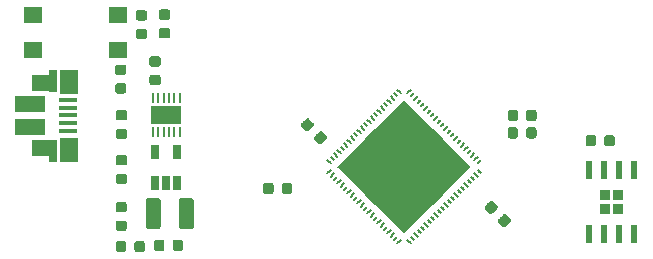
<source format=gtp>
G04 #@! TF.GenerationSoftware,KiCad,Pcbnew,5.0.1-33cea8e~68~ubuntu14.04.1*
G04 #@! TF.CreationDate,2018-11-09T11:09:35-08:00*
G04 #@! TF.ProjectId,ga144-breakout,67613134342D627265616B6F75742E6B,rev?*
G04 #@! TF.SameCoordinates,Original*
G04 #@! TF.FileFunction,Paste,Top*
G04 #@! TF.FilePolarity,Positive*
%FSLAX46Y46*%
G04 Gerber Fmt 4.6, Leading zero omitted, Abs format (unit mm)*
G04 Created by KiCad (PCBNEW 5.0.1-33cea8e~68~ubuntu14.04.1) date Fri 09 Nov 2018 11:09:35 AM PST*
%MOMM*%
%LPD*%
G01*
G04 APERTURE LIST*
%ADD10C,0.100000*%
%ADD11C,8.000000*%
%ADD12C,0.200000*%
%ADD13C,0.200000*%
%ADD14C,0.875000*%
%ADD15R,2.000000X1.350000*%
%ADD16R,0.700000X1.825000*%
%ADD17R,1.500000X2.000000*%
%ADD18R,1.650000X0.400000*%
%ADD19R,2.500000X1.430000*%
%ADD20R,0.250000X0.850000*%
%ADD21R,2.550000X1.650000*%
%ADD22R,1.600000X1.400000*%
%ADD23R,0.650000X1.220000*%
%ADD24C,1.250000*%
%ADD25R,0.600000X1.550000*%
%ADD26R,0.950000X0.950000*%
G04 APERTURE END LIST*
D10*
G04 #@! TO.C,U2*
G36*
X105910000Y-82459137D02*
X105910000Y-83380000D01*
X104088294Y-83380000D01*
X104088294Y-82459137D01*
X105910000Y-82459137D01*
G37*
G04 #@! TD*
D11*
G04 #@! TO.C,U1*
X125140000Y-87280000D03*
D10*
G36*
X119483146Y-87280000D02*
X125140000Y-81623146D01*
X130796854Y-87280000D01*
X125140000Y-92936854D01*
X119483146Y-87280000D01*
X119483146Y-87280000D01*
G37*
D12*
X125564264Y-80916039D03*
D13*
X125422843Y-81057460D02*
X125705685Y-80774618D01*
D12*
X125847107Y-81198882D03*
D13*
X125705686Y-81340303D02*
X125988528Y-81057461D01*
D12*
X126129949Y-81481724D03*
D13*
X125988528Y-81623145D02*
X126271370Y-81340303D01*
D12*
X126412792Y-81764567D03*
D13*
X126271371Y-81905988D02*
X126554213Y-81623146D01*
D12*
X126695635Y-82047410D03*
D13*
X126554214Y-82188831D02*
X126837056Y-81905989D01*
D12*
X126978478Y-82330253D03*
D13*
X126837057Y-82471674D02*
X127119899Y-82188832D01*
D12*
X127261320Y-82613095D03*
D13*
X127119899Y-82754516D02*
X127402741Y-82471674D01*
D12*
X127544163Y-82895938D03*
D13*
X127402742Y-83037359D02*
X127685584Y-82754517D01*
D12*
X127827006Y-83178781D03*
D13*
X127685585Y-83320202D02*
X127968427Y-83037360D01*
D12*
X128109848Y-83461623D03*
D13*
X127968427Y-83603044D02*
X128251269Y-83320202D01*
D12*
X128392691Y-83744466D03*
D13*
X128251270Y-83885887D02*
X128534112Y-83603045D01*
D12*
X128675534Y-84027309D03*
D13*
X128534113Y-84168730D02*
X128816955Y-83885888D01*
D12*
X128958377Y-84310152D03*
D13*
X128816956Y-84451573D02*
X129099798Y-84168731D01*
D12*
X129241219Y-84592994D03*
D13*
X129099798Y-84734415D02*
X129382640Y-84451573D01*
D12*
X129524062Y-84875837D03*
D13*
X129382641Y-85017258D02*
X129665483Y-84734416D01*
D12*
X129806905Y-85158680D03*
D13*
X129665484Y-85300101D02*
X129948326Y-85017259D01*
D12*
X130089747Y-85441522D03*
D13*
X129948326Y-85582943D02*
X130231168Y-85300101D01*
D12*
X130372590Y-85724365D03*
D13*
X130231169Y-85865786D02*
X130514011Y-85582944D01*
D12*
X130655433Y-86007208D03*
D13*
X130514012Y-86148629D02*
X130796854Y-85865787D01*
D12*
X130938276Y-86290051D03*
D13*
X130796855Y-86431472D02*
X131079697Y-86148630D01*
D12*
X131221118Y-86572893D03*
D13*
X131079697Y-86714314D02*
X131362539Y-86431472D01*
D12*
X131503961Y-86855736D03*
D13*
X131362540Y-86997157D02*
X131645382Y-86714315D01*
D12*
X131503961Y-87704264D03*
D13*
X131362540Y-87562843D02*
X131645382Y-87845685D01*
D12*
X131221118Y-87987107D03*
D13*
X131079697Y-87845686D02*
X131362539Y-88128528D01*
D12*
X130938276Y-88269949D03*
D13*
X130796855Y-88128528D02*
X131079697Y-88411370D01*
D12*
X130655433Y-88552792D03*
D13*
X130514012Y-88411371D02*
X130796854Y-88694213D01*
D12*
X130372590Y-88835635D03*
D13*
X130231169Y-88694214D02*
X130514011Y-88977056D01*
D12*
X130089747Y-89118478D03*
D13*
X129948326Y-88977057D02*
X130231168Y-89259899D01*
D12*
X129806905Y-89401320D03*
D13*
X129665484Y-89259899D02*
X129948326Y-89542741D01*
D12*
X129524062Y-89684163D03*
D13*
X129382641Y-89542742D02*
X129665483Y-89825584D01*
D12*
X129241219Y-89967006D03*
D13*
X129099798Y-89825585D02*
X129382640Y-90108427D01*
D12*
X128958377Y-90249848D03*
D13*
X128816956Y-90108427D02*
X129099798Y-90391269D01*
D12*
X128675534Y-90532691D03*
D13*
X128534113Y-90391270D02*
X128816955Y-90674112D01*
D12*
X128392691Y-90815534D03*
D13*
X128251270Y-90674113D02*
X128534112Y-90956955D01*
D12*
X128109848Y-91098377D03*
D13*
X127968427Y-90956956D02*
X128251269Y-91239798D01*
D12*
X127827006Y-91381219D03*
D13*
X127685585Y-91239798D02*
X127968427Y-91522640D01*
D12*
X127544163Y-91664062D03*
D13*
X127402742Y-91522641D02*
X127685584Y-91805483D01*
D12*
X127261320Y-91946905D03*
D13*
X127119899Y-91805484D02*
X127402741Y-92088326D01*
D12*
X126978478Y-92229747D03*
D13*
X126837057Y-92088326D02*
X127119899Y-92371168D01*
D12*
X126695635Y-92512590D03*
D13*
X126554214Y-92371169D02*
X126837056Y-92654011D01*
D12*
X126412792Y-92795433D03*
D13*
X126271371Y-92654012D02*
X126554213Y-92936854D01*
D12*
X126129949Y-93078276D03*
D13*
X125988528Y-92936855D02*
X126271370Y-93219697D01*
D12*
X125847107Y-93361118D03*
D13*
X125705686Y-93219697D02*
X125988528Y-93502539D01*
D12*
X125564264Y-93643961D03*
D13*
X125422843Y-93502540D02*
X125705685Y-93785382D01*
D12*
X124715736Y-93643961D03*
D13*
X124574315Y-93785382D02*
X124857157Y-93502540D01*
D12*
X124432893Y-93361118D03*
D13*
X124291472Y-93502539D02*
X124574314Y-93219697D01*
D12*
X124150051Y-93078276D03*
D13*
X124008630Y-93219697D02*
X124291472Y-92936855D01*
D12*
X123867208Y-92795433D03*
D13*
X123725787Y-92936854D02*
X124008629Y-92654012D01*
D12*
X123584365Y-92512590D03*
D13*
X123442944Y-92654011D02*
X123725786Y-92371169D01*
D12*
X123301522Y-92229747D03*
D13*
X123160101Y-92371168D02*
X123442943Y-92088326D01*
D12*
X123018680Y-91946905D03*
D13*
X122877259Y-92088326D02*
X123160101Y-91805484D01*
D12*
X122735837Y-91664062D03*
D13*
X122594416Y-91805483D02*
X122877258Y-91522641D01*
D12*
X122452994Y-91381219D03*
D13*
X122311573Y-91522640D02*
X122594415Y-91239798D01*
D12*
X122170152Y-91098377D03*
D13*
X122028731Y-91239798D02*
X122311573Y-90956956D01*
D12*
X121887309Y-90815534D03*
D13*
X121745888Y-90956955D02*
X122028730Y-90674113D01*
D12*
X121604466Y-90532691D03*
D13*
X121463045Y-90674112D02*
X121745887Y-90391270D01*
D12*
X121321623Y-90249848D03*
D13*
X121180202Y-90391269D02*
X121463044Y-90108427D01*
D12*
X121038781Y-89967006D03*
D13*
X120897360Y-90108427D02*
X121180202Y-89825585D01*
D12*
X120755938Y-89684163D03*
D13*
X120614517Y-89825584D02*
X120897359Y-89542742D01*
D12*
X120473095Y-89401320D03*
D13*
X120331674Y-89542741D02*
X120614516Y-89259899D01*
D12*
X120190253Y-89118478D03*
D13*
X120048832Y-89259899D02*
X120331674Y-88977057D01*
D12*
X119907410Y-88835635D03*
D13*
X119765989Y-88977056D02*
X120048831Y-88694214D01*
D12*
X119624567Y-88552792D03*
D13*
X119483146Y-88694213D02*
X119765988Y-88411371D01*
D12*
X119341724Y-88269949D03*
D13*
X119200303Y-88411370D02*
X119483145Y-88128528D01*
D12*
X119058882Y-87987107D03*
D13*
X118917461Y-88128528D02*
X119200303Y-87845686D01*
D12*
X118776039Y-87704264D03*
D13*
X118634618Y-87845685D02*
X118917460Y-87562843D01*
D12*
X118776039Y-86855736D03*
D13*
X118634618Y-86714315D02*
X118917460Y-86997157D01*
D12*
X119058882Y-86572893D03*
D13*
X118917461Y-86431472D02*
X119200303Y-86714314D01*
D12*
X119341724Y-86290051D03*
D13*
X119200303Y-86148630D02*
X119483145Y-86431472D01*
D12*
X119624567Y-86007208D03*
D13*
X119483146Y-85865787D02*
X119765988Y-86148629D01*
D12*
X119907410Y-85724365D03*
D13*
X119765989Y-85582944D02*
X120048831Y-85865786D01*
D12*
X120190253Y-85441522D03*
D13*
X120048832Y-85300101D02*
X120331674Y-85582943D01*
D12*
X120473095Y-85158680D03*
D13*
X120331674Y-85017259D02*
X120614516Y-85300101D01*
D12*
X120755938Y-84875837D03*
D13*
X120614517Y-84734416D02*
X120897359Y-85017258D01*
D12*
X121038781Y-84592994D03*
D13*
X120897360Y-84451573D02*
X121180202Y-84734415D01*
D12*
X121321623Y-84310152D03*
D13*
X121180202Y-84168731D02*
X121463044Y-84451573D01*
D12*
X121604466Y-84027309D03*
D13*
X121463045Y-83885888D02*
X121745887Y-84168730D01*
D12*
X121887309Y-83744466D03*
D13*
X121745888Y-83603045D02*
X122028730Y-83885887D01*
D12*
X122170152Y-83461623D03*
D13*
X122028731Y-83320202D02*
X122311573Y-83603044D01*
D12*
X122452994Y-83178781D03*
D13*
X122311573Y-83037360D02*
X122594415Y-83320202D01*
D12*
X122735837Y-82895938D03*
D13*
X122594416Y-82754517D02*
X122877258Y-83037359D01*
D12*
X123018680Y-82613095D03*
D13*
X122877259Y-82471674D02*
X123160101Y-82754516D01*
D12*
X123301522Y-82330253D03*
D13*
X123160101Y-82188832D02*
X123442943Y-82471674D01*
D12*
X123584365Y-82047410D03*
D13*
X123442944Y-81905989D02*
X123725786Y-82188831D01*
D12*
X123867208Y-81764567D03*
D13*
X123725787Y-81623146D02*
X124008629Y-81905988D01*
D12*
X124150051Y-81481724D03*
D13*
X124008630Y-81340303D02*
X124291472Y-81623145D01*
D12*
X124432893Y-81198882D03*
D13*
X124291472Y-81057461D02*
X124574314Y-81340303D01*
D12*
X124715736Y-80916039D03*
D13*
X124574315Y-80774618D02*
X124857157Y-81057460D01*
G04 #@! TD*
D10*
G04 #@! TO.C,C12*
G36*
X102980191Y-93586053D02*
X103001426Y-93589203D01*
X103022250Y-93594419D01*
X103042462Y-93601651D01*
X103061868Y-93610830D01*
X103080281Y-93621866D01*
X103097524Y-93634654D01*
X103113430Y-93649070D01*
X103127846Y-93664976D01*
X103140634Y-93682219D01*
X103151670Y-93700632D01*
X103160849Y-93720038D01*
X103168081Y-93740250D01*
X103173297Y-93761074D01*
X103176447Y-93782309D01*
X103177500Y-93803750D01*
X103177500Y-94316250D01*
X103176447Y-94337691D01*
X103173297Y-94358926D01*
X103168081Y-94379750D01*
X103160849Y-94399962D01*
X103151670Y-94419368D01*
X103140634Y-94437781D01*
X103127846Y-94455024D01*
X103113430Y-94470930D01*
X103097524Y-94485346D01*
X103080281Y-94498134D01*
X103061868Y-94509170D01*
X103042462Y-94518349D01*
X103022250Y-94525581D01*
X103001426Y-94530797D01*
X102980191Y-94533947D01*
X102958750Y-94535000D01*
X102521250Y-94535000D01*
X102499809Y-94533947D01*
X102478574Y-94530797D01*
X102457750Y-94525581D01*
X102437538Y-94518349D01*
X102418132Y-94509170D01*
X102399719Y-94498134D01*
X102382476Y-94485346D01*
X102366570Y-94470930D01*
X102352154Y-94455024D01*
X102339366Y-94437781D01*
X102328330Y-94419368D01*
X102319151Y-94399962D01*
X102311919Y-94379750D01*
X102306703Y-94358926D01*
X102303553Y-94337691D01*
X102302500Y-94316250D01*
X102302500Y-93803750D01*
X102303553Y-93782309D01*
X102306703Y-93761074D01*
X102311919Y-93740250D01*
X102319151Y-93720038D01*
X102328330Y-93700632D01*
X102339366Y-93682219D01*
X102352154Y-93664976D01*
X102366570Y-93649070D01*
X102382476Y-93634654D01*
X102399719Y-93621866D01*
X102418132Y-93610830D01*
X102437538Y-93601651D01*
X102457750Y-93594419D01*
X102478574Y-93589203D01*
X102499809Y-93586053D01*
X102521250Y-93585000D01*
X102958750Y-93585000D01*
X102980191Y-93586053D01*
X102980191Y-93586053D01*
G37*
D14*
X102740000Y-94060000D03*
D10*
G36*
X101405191Y-93586053D02*
X101426426Y-93589203D01*
X101447250Y-93594419D01*
X101467462Y-93601651D01*
X101486868Y-93610830D01*
X101505281Y-93621866D01*
X101522524Y-93634654D01*
X101538430Y-93649070D01*
X101552846Y-93664976D01*
X101565634Y-93682219D01*
X101576670Y-93700632D01*
X101585849Y-93720038D01*
X101593081Y-93740250D01*
X101598297Y-93761074D01*
X101601447Y-93782309D01*
X101602500Y-93803750D01*
X101602500Y-94316250D01*
X101601447Y-94337691D01*
X101598297Y-94358926D01*
X101593081Y-94379750D01*
X101585849Y-94399962D01*
X101576670Y-94419368D01*
X101565634Y-94437781D01*
X101552846Y-94455024D01*
X101538430Y-94470930D01*
X101522524Y-94485346D01*
X101505281Y-94498134D01*
X101486868Y-94509170D01*
X101467462Y-94518349D01*
X101447250Y-94525581D01*
X101426426Y-94530797D01*
X101405191Y-94533947D01*
X101383750Y-94535000D01*
X100946250Y-94535000D01*
X100924809Y-94533947D01*
X100903574Y-94530797D01*
X100882750Y-94525581D01*
X100862538Y-94518349D01*
X100843132Y-94509170D01*
X100824719Y-94498134D01*
X100807476Y-94485346D01*
X100791570Y-94470930D01*
X100777154Y-94455024D01*
X100764366Y-94437781D01*
X100753330Y-94419368D01*
X100744151Y-94399962D01*
X100736919Y-94379750D01*
X100731703Y-94358926D01*
X100728553Y-94337691D01*
X100727500Y-94316250D01*
X100727500Y-93803750D01*
X100728553Y-93782309D01*
X100731703Y-93761074D01*
X100736919Y-93740250D01*
X100744151Y-93720038D01*
X100753330Y-93700632D01*
X100764366Y-93682219D01*
X100777154Y-93664976D01*
X100791570Y-93649070D01*
X100807476Y-93634654D01*
X100824719Y-93621866D01*
X100843132Y-93610830D01*
X100862538Y-93601651D01*
X100882750Y-93594419D01*
X100903574Y-93589203D01*
X100924809Y-93586053D01*
X100946250Y-93585000D01*
X101383750Y-93585000D01*
X101405191Y-93586053D01*
X101405191Y-93586053D01*
G37*
D14*
X101165000Y-94060000D03*
G04 #@! TD*
D10*
G04 #@! TO.C,C1*
G36*
X101487691Y-87883553D02*
X101508926Y-87886703D01*
X101529750Y-87891919D01*
X101549962Y-87899151D01*
X101569368Y-87908330D01*
X101587781Y-87919366D01*
X101605024Y-87932154D01*
X101620930Y-87946570D01*
X101635346Y-87962476D01*
X101648134Y-87979719D01*
X101659170Y-87998132D01*
X101668349Y-88017538D01*
X101675581Y-88037750D01*
X101680797Y-88058574D01*
X101683947Y-88079809D01*
X101685000Y-88101250D01*
X101685000Y-88538750D01*
X101683947Y-88560191D01*
X101680797Y-88581426D01*
X101675581Y-88602250D01*
X101668349Y-88622462D01*
X101659170Y-88641868D01*
X101648134Y-88660281D01*
X101635346Y-88677524D01*
X101620930Y-88693430D01*
X101605024Y-88707846D01*
X101587781Y-88720634D01*
X101569368Y-88731670D01*
X101549962Y-88740849D01*
X101529750Y-88748081D01*
X101508926Y-88753297D01*
X101487691Y-88756447D01*
X101466250Y-88757500D01*
X100953750Y-88757500D01*
X100932309Y-88756447D01*
X100911074Y-88753297D01*
X100890250Y-88748081D01*
X100870038Y-88740849D01*
X100850632Y-88731670D01*
X100832219Y-88720634D01*
X100814976Y-88707846D01*
X100799070Y-88693430D01*
X100784654Y-88677524D01*
X100771866Y-88660281D01*
X100760830Y-88641868D01*
X100751651Y-88622462D01*
X100744419Y-88602250D01*
X100739203Y-88581426D01*
X100736053Y-88560191D01*
X100735000Y-88538750D01*
X100735000Y-88101250D01*
X100736053Y-88079809D01*
X100739203Y-88058574D01*
X100744419Y-88037750D01*
X100751651Y-88017538D01*
X100760830Y-87998132D01*
X100771866Y-87979719D01*
X100784654Y-87962476D01*
X100799070Y-87946570D01*
X100814976Y-87932154D01*
X100832219Y-87919366D01*
X100850632Y-87908330D01*
X100870038Y-87899151D01*
X100890250Y-87891919D01*
X100911074Y-87886703D01*
X100932309Y-87883553D01*
X100953750Y-87882500D01*
X101466250Y-87882500D01*
X101487691Y-87883553D01*
X101487691Y-87883553D01*
G37*
D14*
X101210000Y-88320000D03*
D10*
G36*
X101487691Y-86308553D02*
X101508926Y-86311703D01*
X101529750Y-86316919D01*
X101549962Y-86324151D01*
X101569368Y-86333330D01*
X101587781Y-86344366D01*
X101605024Y-86357154D01*
X101620930Y-86371570D01*
X101635346Y-86387476D01*
X101648134Y-86404719D01*
X101659170Y-86423132D01*
X101668349Y-86442538D01*
X101675581Y-86462750D01*
X101680797Y-86483574D01*
X101683947Y-86504809D01*
X101685000Y-86526250D01*
X101685000Y-86963750D01*
X101683947Y-86985191D01*
X101680797Y-87006426D01*
X101675581Y-87027250D01*
X101668349Y-87047462D01*
X101659170Y-87066868D01*
X101648134Y-87085281D01*
X101635346Y-87102524D01*
X101620930Y-87118430D01*
X101605024Y-87132846D01*
X101587781Y-87145634D01*
X101569368Y-87156670D01*
X101549962Y-87165849D01*
X101529750Y-87173081D01*
X101508926Y-87178297D01*
X101487691Y-87181447D01*
X101466250Y-87182500D01*
X100953750Y-87182500D01*
X100932309Y-87181447D01*
X100911074Y-87178297D01*
X100890250Y-87173081D01*
X100870038Y-87165849D01*
X100850632Y-87156670D01*
X100832219Y-87145634D01*
X100814976Y-87132846D01*
X100799070Y-87118430D01*
X100784654Y-87102524D01*
X100771866Y-87085281D01*
X100760830Y-87066868D01*
X100751651Y-87047462D01*
X100744419Y-87027250D01*
X100739203Y-87006426D01*
X100736053Y-86985191D01*
X100735000Y-86963750D01*
X100735000Y-86526250D01*
X100736053Y-86504809D01*
X100739203Y-86483574D01*
X100744419Y-86462750D01*
X100751651Y-86442538D01*
X100760830Y-86423132D01*
X100771866Y-86404719D01*
X100784654Y-86387476D01*
X100799070Y-86371570D01*
X100814976Y-86357154D01*
X100832219Y-86344366D01*
X100850632Y-86333330D01*
X100870038Y-86324151D01*
X100890250Y-86316919D01*
X100911074Y-86311703D01*
X100932309Y-86308553D01*
X100953750Y-86307500D01*
X101466250Y-86307500D01*
X101487691Y-86308553D01*
X101487691Y-86308553D01*
G37*
D14*
X101210000Y-86745000D03*
G04 #@! TD*
D10*
G04 #@! TO.C,C2*
G36*
X101487691Y-84078553D02*
X101508926Y-84081703D01*
X101529750Y-84086919D01*
X101549962Y-84094151D01*
X101569368Y-84103330D01*
X101587781Y-84114366D01*
X101605024Y-84127154D01*
X101620930Y-84141570D01*
X101635346Y-84157476D01*
X101648134Y-84174719D01*
X101659170Y-84193132D01*
X101668349Y-84212538D01*
X101675581Y-84232750D01*
X101680797Y-84253574D01*
X101683947Y-84274809D01*
X101685000Y-84296250D01*
X101685000Y-84733750D01*
X101683947Y-84755191D01*
X101680797Y-84776426D01*
X101675581Y-84797250D01*
X101668349Y-84817462D01*
X101659170Y-84836868D01*
X101648134Y-84855281D01*
X101635346Y-84872524D01*
X101620930Y-84888430D01*
X101605024Y-84902846D01*
X101587781Y-84915634D01*
X101569368Y-84926670D01*
X101549962Y-84935849D01*
X101529750Y-84943081D01*
X101508926Y-84948297D01*
X101487691Y-84951447D01*
X101466250Y-84952500D01*
X100953750Y-84952500D01*
X100932309Y-84951447D01*
X100911074Y-84948297D01*
X100890250Y-84943081D01*
X100870038Y-84935849D01*
X100850632Y-84926670D01*
X100832219Y-84915634D01*
X100814976Y-84902846D01*
X100799070Y-84888430D01*
X100784654Y-84872524D01*
X100771866Y-84855281D01*
X100760830Y-84836868D01*
X100751651Y-84817462D01*
X100744419Y-84797250D01*
X100739203Y-84776426D01*
X100736053Y-84755191D01*
X100735000Y-84733750D01*
X100735000Y-84296250D01*
X100736053Y-84274809D01*
X100739203Y-84253574D01*
X100744419Y-84232750D01*
X100751651Y-84212538D01*
X100760830Y-84193132D01*
X100771866Y-84174719D01*
X100784654Y-84157476D01*
X100799070Y-84141570D01*
X100814976Y-84127154D01*
X100832219Y-84114366D01*
X100850632Y-84103330D01*
X100870038Y-84094151D01*
X100890250Y-84086919D01*
X100911074Y-84081703D01*
X100932309Y-84078553D01*
X100953750Y-84077500D01*
X101466250Y-84077500D01*
X101487691Y-84078553D01*
X101487691Y-84078553D01*
G37*
D14*
X101210000Y-84515000D03*
D10*
G36*
X101487691Y-82503553D02*
X101508926Y-82506703D01*
X101529750Y-82511919D01*
X101549962Y-82519151D01*
X101569368Y-82528330D01*
X101587781Y-82539366D01*
X101605024Y-82552154D01*
X101620930Y-82566570D01*
X101635346Y-82582476D01*
X101648134Y-82599719D01*
X101659170Y-82618132D01*
X101668349Y-82637538D01*
X101675581Y-82657750D01*
X101680797Y-82678574D01*
X101683947Y-82699809D01*
X101685000Y-82721250D01*
X101685000Y-83158750D01*
X101683947Y-83180191D01*
X101680797Y-83201426D01*
X101675581Y-83222250D01*
X101668349Y-83242462D01*
X101659170Y-83261868D01*
X101648134Y-83280281D01*
X101635346Y-83297524D01*
X101620930Y-83313430D01*
X101605024Y-83327846D01*
X101587781Y-83340634D01*
X101569368Y-83351670D01*
X101549962Y-83360849D01*
X101529750Y-83368081D01*
X101508926Y-83373297D01*
X101487691Y-83376447D01*
X101466250Y-83377500D01*
X100953750Y-83377500D01*
X100932309Y-83376447D01*
X100911074Y-83373297D01*
X100890250Y-83368081D01*
X100870038Y-83360849D01*
X100850632Y-83351670D01*
X100832219Y-83340634D01*
X100814976Y-83327846D01*
X100799070Y-83313430D01*
X100784654Y-83297524D01*
X100771866Y-83280281D01*
X100760830Y-83261868D01*
X100751651Y-83242462D01*
X100744419Y-83222250D01*
X100739203Y-83201426D01*
X100736053Y-83180191D01*
X100735000Y-83158750D01*
X100735000Y-82721250D01*
X100736053Y-82699809D01*
X100739203Y-82678574D01*
X100744419Y-82657750D01*
X100751651Y-82637538D01*
X100760830Y-82618132D01*
X100771866Y-82599719D01*
X100784654Y-82582476D01*
X100799070Y-82566570D01*
X100814976Y-82552154D01*
X100832219Y-82539366D01*
X100850632Y-82528330D01*
X100870038Y-82519151D01*
X100890250Y-82511919D01*
X100911074Y-82506703D01*
X100932309Y-82503553D01*
X100953750Y-82502500D01*
X101466250Y-82502500D01*
X101487691Y-82503553D01*
X101487691Y-82503553D01*
G37*
D14*
X101210000Y-82940000D03*
G04 #@! TD*
D10*
G04 #@! TO.C,C3*
G36*
X136150191Y-83956053D02*
X136171426Y-83959203D01*
X136192250Y-83964419D01*
X136212462Y-83971651D01*
X136231868Y-83980830D01*
X136250281Y-83991866D01*
X136267524Y-84004654D01*
X136283430Y-84019070D01*
X136297846Y-84034976D01*
X136310634Y-84052219D01*
X136321670Y-84070632D01*
X136330849Y-84090038D01*
X136338081Y-84110250D01*
X136343297Y-84131074D01*
X136346447Y-84152309D01*
X136347500Y-84173750D01*
X136347500Y-84686250D01*
X136346447Y-84707691D01*
X136343297Y-84728926D01*
X136338081Y-84749750D01*
X136330849Y-84769962D01*
X136321670Y-84789368D01*
X136310634Y-84807781D01*
X136297846Y-84825024D01*
X136283430Y-84840930D01*
X136267524Y-84855346D01*
X136250281Y-84868134D01*
X136231868Y-84879170D01*
X136212462Y-84888349D01*
X136192250Y-84895581D01*
X136171426Y-84900797D01*
X136150191Y-84903947D01*
X136128750Y-84905000D01*
X135691250Y-84905000D01*
X135669809Y-84903947D01*
X135648574Y-84900797D01*
X135627750Y-84895581D01*
X135607538Y-84888349D01*
X135588132Y-84879170D01*
X135569719Y-84868134D01*
X135552476Y-84855346D01*
X135536570Y-84840930D01*
X135522154Y-84825024D01*
X135509366Y-84807781D01*
X135498330Y-84789368D01*
X135489151Y-84769962D01*
X135481919Y-84749750D01*
X135476703Y-84728926D01*
X135473553Y-84707691D01*
X135472500Y-84686250D01*
X135472500Y-84173750D01*
X135473553Y-84152309D01*
X135476703Y-84131074D01*
X135481919Y-84110250D01*
X135489151Y-84090038D01*
X135498330Y-84070632D01*
X135509366Y-84052219D01*
X135522154Y-84034976D01*
X135536570Y-84019070D01*
X135552476Y-84004654D01*
X135569719Y-83991866D01*
X135588132Y-83980830D01*
X135607538Y-83971651D01*
X135627750Y-83964419D01*
X135648574Y-83959203D01*
X135669809Y-83956053D01*
X135691250Y-83955000D01*
X136128750Y-83955000D01*
X136150191Y-83956053D01*
X136150191Y-83956053D01*
G37*
D14*
X135910000Y-84430000D03*
D10*
G36*
X134575191Y-83956053D02*
X134596426Y-83959203D01*
X134617250Y-83964419D01*
X134637462Y-83971651D01*
X134656868Y-83980830D01*
X134675281Y-83991866D01*
X134692524Y-84004654D01*
X134708430Y-84019070D01*
X134722846Y-84034976D01*
X134735634Y-84052219D01*
X134746670Y-84070632D01*
X134755849Y-84090038D01*
X134763081Y-84110250D01*
X134768297Y-84131074D01*
X134771447Y-84152309D01*
X134772500Y-84173750D01*
X134772500Y-84686250D01*
X134771447Y-84707691D01*
X134768297Y-84728926D01*
X134763081Y-84749750D01*
X134755849Y-84769962D01*
X134746670Y-84789368D01*
X134735634Y-84807781D01*
X134722846Y-84825024D01*
X134708430Y-84840930D01*
X134692524Y-84855346D01*
X134675281Y-84868134D01*
X134656868Y-84879170D01*
X134637462Y-84888349D01*
X134617250Y-84895581D01*
X134596426Y-84900797D01*
X134575191Y-84903947D01*
X134553750Y-84905000D01*
X134116250Y-84905000D01*
X134094809Y-84903947D01*
X134073574Y-84900797D01*
X134052750Y-84895581D01*
X134032538Y-84888349D01*
X134013132Y-84879170D01*
X133994719Y-84868134D01*
X133977476Y-84855346D01*
X133961570Y-84840930D01*
X133947154Y-84825024D01*
X133934366Y-84807781D01*
X133923330Y-84789368D01*
X133914151Y-84769962D01*
X133906919Y-84749750D01*
X133901703Y-84728926D01*
X133898553Y-84707691D01*
X133897500Y-84686250D01*
X133897500Y-84173750D01*
X133898553Y-84152309D01*
X133901703Y-84131074D01*
X133906919Y-84110250D01*
X133914151Y-84090038D01*
X133923330Y-84070632D01*
X133934366Y-84052219D01*
X133947154Y-84034976D01*
X133961570Y-84019070D01*
X133977476Y-84004654D01*
X133994719Y-83991866D01*
X134013132Y-83980830D01*
X134032538Y-83971651D01*
X134052750Y-83964419D01*
X134073574Y-83959203D01*
X134094809Y-83956053D01*
X134116250Y-83955000D01*
X134553750Y-83955000D01*
X134575191Y-83956053D01*
X134575191Y-83956053D01*
G37*
D14*
X134335000Y-84430000D03*
G04 #@! TD*
D10*
G04 #@! TO.C,C4*
G36*
X113892491Y-88654653D02*
X113913726Y-88657803D01*
X113934550Y-88663019D01*
X113954762Y-88670251D01*
X113974168Y-88679430D01*
X113992581Y-88690466D01*
X114009824Y-88703254D01*
X114025730Y-88717670D01*
X114040146Y-88733576D01*
X114052934Y-88750819D01*
X114063970Y-88769232D01*
X114073149Y-88788638D01*
X114080381Y-88808850D01*
X114085597Y-88829674D01*
X114088747Y-88850909D01*
X114089800Y-88872350D01*
X114089800Y-89384850D01*
X114088747Y-89406291D01*
X114085597Y-89427526D01*
X114080381Y-89448350D01*
X114073149Y-89468562D01*
X114063970Y-89487968D01*
X114052934Y-89506381D01*
X114040146Y-89523624D01*
X114025730Y-89539530D01*
X114009824Y-89553946D01*
X113992581Y-89566734D01*
X113974168Y-89577770D01*
X113954762Y-89586949D01*
X113934550Y-89594181D01*
X113913726Y-89599397D01*
X113892491Y-89602547D01*
X113871050Y-89603600D01*
X113433550Y-89603600D01*
X113412109Y-89602547D01*
X113390874Y-89599397D01*
X113370050Y-89594181D01*
X113349838Y-89586949D01*
X113330432Y-89577770D01*
X113312019Y-89566734D01*
X113294776Y-89553946D01*
X113278870Y-89539530D01*
X113264454Y-89523624D01*
X113251666Y-89506381D01*
X113240630Y-89487968D01*
X113231451Y-89468562D01*
X113224219Y-89448350D01*
X113219003Y-89427526D01*
X113215853Y-89406291D01*
X113214800Y-89384850D01*
X113214800Y-88872350D01*
X113215853Y-88850909D01*
X113219003Y-88829674D01*
X113224219Y-88808850D01*
X113231451Y-88788638D01*
X113240630Y-88769232D01*
X113251666Y-88750819D01*
X113264454Y-88733576D01*
X113278870Y-88717670D01*
X113294776Y-88703254D01*
X113312019Y-88690466D01*
X113330432Y-88679430D01*
X113349838Y-88670251D01*
X113370050Y-88663019D01*
X113390874Y-88657803D01*
X113412109Y-88654653D01*
X113433550Y-88653600D01*
X113871050Y-88653600D01*
X113892491Y-88654653D01*
X113892491Y-88654653D01*
G37*
D14*
X113652300Y-89128600D03*
D10*
G36*
X115467491Y-88654653D02*
X115488726Y-88657803D01*
X115509550Y-88663019D01*
X115529762Y-88670251D01*
X115549168Y-88679430D01*
X115567581Y-88690466D01*
X115584824Y-88703254D01*
X115600730Y-88717670D01*
X115615146Y-88733576D01*
X115627934Y-88750819D01*
X115638970Y-88769232D01*
X115648149Y-88788638D01*
X115655381Y-88808850D01*
X115660597Y-88829674D01*
X115663747Y-88850909D01*
X115664800Y-88872350D01*
X115664800Y-89384850D01*
X115663747Y-89406291D01*
X115660597Y-89427526D01*
X115655381Y-89448350D01*
X115648149Y-89468562D01*
X115638970Y-89487968D01*
X115627934Y-89506381D01*
X115615146Y-89523624D01*
X115600730Y-89539530D01*
X115584824Y-89553946D01*
X115567581Y-89566734D01*
X115549168Y-89577770D01*
X115529762Y-89586949D01*
X115509550Y-89594181D01*
X115488726Y-89599397D01*
X115467491Y-89602547D01*
X115446050Y-89603600D01*
X115008550Y-89603600D01*
X114987109Y-89602547D01*
X114965874Y-89599397D01*
X114945050Y-89594181D01*
X114924838Y-89586949D01*
X114905432Y-89577770D01*
X114887019Y-89566734D01*
X114869776Y-89553946D01*
X114853870Y-89539530D01*
X114839454Y-89523624D01*
X114826666Y-89506381D01*
X114815630Y-89487968D01*
X114806451Y-89468562D01*
X114799219Y-89448350D01*
X114794003Y-89427526D01*
X114790853Y-89406291D01*
X114789800Y-89384850D01*
X114789800Y-88872350D01*
X114790853Y-88850909D01*
X114794003Y-88829674D01*
X114799219Y-88808850D01*
X114806451Y-88788638D01*
X114815630Y-88769232D01*
X114826666Y-88750819D01*
X114839454Y-88733576D01*
X114853870Y-88717670D01*
X114869776Y-88703254D01*
X114887019Y-88690466D01*
X114905432Y-88679430D01*
X114924838Y-88670251D01*
X114945050Y-88663019D01*
X114965874Y-88657803D01*
X114987109Y-88654653D01*
X115008550Y-88653600D01*
X115446050Y-88653600D01*
X115467491Y-88654653D01*
X115467491Y-88654653D01*
G37*
D14*
X115227300Y-89128600D03*
G04 #@! TD*
D10*
G04 #@! TO.C,C5*
G36*
X118104805Y-84303274D02*
X118126040Y-84306424D01*
X118146864Y-84311640D01*
X118167076Y-84318872D01*
X118186482Y-84328051D01*
X118204895Y-84339087D01*
X118222138Y-84351875D01*
X118238044Y-84366291D01*
X118547403Y-84675650D01*
X118561819Y-84691556D01*
X118574607Y-84708799D01*
X118585643Y-84727212D01*
X118594822Y-84746618D01*
X118602054Y-84766830D01*
X118607270Y-84787654D01*
X118610420Y-84808889D01*
X118611473Y-84830330D01*
X118610420Y-84851771D01*
X118607270Y-84873006D01*
X118602054Y-84893830D01*
X118594822Y-84914042D01*
X118585643Y-84933448D01*
X118574607Y-84951861D01*
X118561819Y-84969104D01*
X118547403Y-84985010D01*
X118185010Y-85347403D01*
X118169104Y-85361819D01*
X118151861Y-85374607D01*
X118133448Y-85385643D01*
X118114042Y-85394822D01*
X118093830Y-85402054D01*
X118073006Y-85407270D01*
X118051771Y-85410420D01*
X118030330Y-85411473D01*
X118008889Y-85410420D01*
X117987654Y-85407270D01*
X117966830Y-85402054D01*
X117946618Y-85394822D01*
X117927212Y-85385643D01*
X117908799Y-85374607D01*
X117891556Y-85361819D01*
X117875650Y-85347403D01*
X117566291Y-85038044D01*
X117551875Y-85022138D01*
X117539087Y-85004895D01*
X117528051Y-84986482D01*
X117518872Y-84967076D01*
X117511640Y-84946864D01*
X117506424Y-84926040D01*
X117503274Y-84904805D01*
X117502221Y-84883364D01*
X117503274Y-84861923D01*
X117506424Y-84840688D01*
X117511640Y-84819864D01*
X117518872Y-84799652D01*
X117528051Y-84780246D01*
X117539087Y-84761833D01*
X117551875Y-84744590D01*
X117566291Y-84728684D01*
X117928684Y-84366291D01*
X117944590Y-84351875D01*
X117961833Y-84339087D01*
X117980246Y-84328051D01*
X117999652Y-84318872D01*
X118019864Y-84311640D01*
X118040688Y-84306424D01*
X118061923Y-84303274D01*
X118083364Y-84302221D01*
X118104805Y-84303274D01*
X118104805Y-84303274D01*
G37*
D14*
X118056847Y-84856847D03*
D10*
G36*
X116991111Y-83189580D02*
X117012346Y-83192730D01*
X117033170Y-83197946D01*
X117053382Y-83205178D01*
X117072788Y-83214357D01*
X117091201Y-83225393D01*
X117108444Y-83238181D01*
X117124350Y-83252597D01*
X117433709Y-83561956D01*
X117448125Y-83577862D01*
X117460913Y-83595105D01*
X117471949Y-83613518D01*
X117481128Y-83632924D01*
X117488360Y-83653136D01*
X117493576Y-83673960D01*
X117496726Y-83695195D01*
X117497779Y-83716636D01*
X117496726Y-83738077D01*
X117493576Y-83759312D01*
X117488360Y-83780136D01*
X117481128Y-83800348D01*
X117471949Y-83819754D01*
X117460913Y-83838167D01*
X117448125Y-83855410D01*
X117433709Y-83871316D01*
X117071316Y-84233709D01*
X117055410Y-84248125D01*
X117038167Y-84260913D01*
X117019754Y-84271949D01*
X117000348Y-84281128D01*
X116980136Y-84288360D01*
X116959312Y-84293576D01*
X116938077Y-84296726D01*
X116916636Y-84297779D01*
X116895195Y-84296726D01*
X116873960Y-84293576D01*
X116853136Y-84288360D01*
X116832924Y-84281128D01*
X116813518Y-84271949D01*
X116795105Y-84260913D01*
X116777862Y-84248125D01*
X116761956Y-84233709D01*
X116452597Y-83924350D01*
X116438181Y-83908444D01*
X116425393Y-83891201D01*
X116414357Y-83872788D01*
X116405178Y-83853382D01*
X116397946Y-83833170D01*
X116392730Y-83812346D01*
X116389580Y-83791111D01*
X116388527Y-83769670D01*
X116389580Y-83748229D01*
X116392730Y-83726994D01*
X116397946Y-83706170D01*
X116405178Y-83685958D01*
X116414357Y-83666552D01*
X116425393Y-83648139D01*
X116438181Y-83630896D01*
X116452597Y-83614990D01*
X116814990Y-83252597D01*
X116830896Y-83238181D01*
X116848139Y-83225393D01*
X116866552Y-83214357D01*
X116885958Y-83205178D01*
X116906170Y-83197946D01*
X116926994Y-83192730D01*
X116948229Y-83189580D01*
X116969670Y-83188527D01*
X116991111Y-83189580D01*
X116991111Y-83189580D01*
G37*
D14*
X116943153Y-83743153D03*
G04 #@! TD*
D10*
G04 #@! TO.C,C6*
G36*
X136150191Y-82476053D02*
X136171426Y-82479203D01*
X136192250Y-82484419D01*
X136212462Y-82491651D01*
X136231868Y-82500830D01*
X136250281Y-82511866D01*
X136267524Y-82524654D01*
X136283430Y-82539070D01*
X136297846Y-82554976D01*
X136310634Y-82572219D01*
X136321670Y-82590632D01*
X136330849Y-82610038D01*
X136338081Y-82630250D01*
X136343297Y-82651074D01*
X136346447Y-82672309D01*
X136347500Y-82693750D01*
X136347500Y-83206250D01*
X136346447Y-83227691D01*
X136343297Y-83248926D01*
X136338081Y-83269750D01*
X136330849Y-83289962D01*
X136321670Y-83309368D01*
X136310634Y-83327781D01*
X136297846Y-83345024D01*
X136283430Y-83360930D01*
X136267524Y-83375346D01*
X136250281Y-83388134D01*
X136231868Y-83399170D01*
X136212462Y-83408349D01*
X136192250Y-83415581D01*
X136171426Y-83420797D01*
X136150191Y-83423947D01*
X136128750Y-83425000D01*
X135691250Y-83425000D01*
X135669809Y-83423947D01*
X135648574Y-83420797D01*
X135627750Y-83415581D01*
X135607538Y-83408349D01*
X135588132Y-83399170D01*
X135569719Y-83388134D01*
X135552476Y-83375346D01*
X135536570Y-83360930D01*
X135522154Y-83345024D01*
X135509366Y-83327781D01*
X135498330Y-83309368D01*
X135489151Y-83289962D01*
X135481919Y-83269750D01*
X135476703Y-83248926D01*
X135473553Y-83227691D01*
X135472500Y-83206250D01*
X135472500Y-82693750D01*
X135473553Y-82672309D01*
X135476703Y-82651074D01*
X135481919Y-82630250D01*
X135489151Y-82610038D01*
X135498330Y-82590632D01*
X135509366Y-82572219D01*
X135522154Y-82554976D01*
X135536570Y-82539070D01*
X135552476Y-82524654D01*
X135569719Y-82511866D01*
X135588132Y-82500830D01*
X135607538Y-82491651D01*
X135627750Y-82484419D01*
X135648574Y-82479203D01*
X135669809Y-82476053D01*
X135691250Y-82475000D01*
X136128750Y-82475000D01*
X136150191Y-82476053D01*
X136150191Y-82476053D01*
G37*
D14*
X135910000Y-82950000D03*
D10*
G36*
X134575191Y-82476053D02*
X134596426Y-82479203D01*
X134617250Y-82484419D01*
X134637462Y-82491651D01*
X134656868Y-82500830D01*
X134675281Y-82511866D01*
X134692524Y-82524654D01*
X134708430Y-82539070D01*
X134722846Y-82554976D01*
X134735634Y-82572219D01*
X134746670Y-82590632D01*
X134755849Y-82610038D01*
X134763081Y-82630250D01*
X134768297Y-82651074D01*
X134771447Y-82672309D01*
X134772500Y-82693750D01*
X134772500Y-83206250D01*
X134771447Y-83227691D01*
X134768297Y-83248926D01*
X134763081Y-83269750D01*
X134755849Y-83289962D01*
X134746670Y-83309368D01*
X134735634Y-83327781D01*
X134722846Y-83345024D01*
X134708430Y-83360930D01*
X134692524Y-83375346D01*
X134675281Y-83388134D01*
X134656868Y-83399170D01*
X134637462Y-83408349D01*
X134617250Y-83415581D01*
X134596426Y-83420797D01*
X134575191Y-83423947D01*
X134553750Y-83425000D01*
X134116250Y-83425000D01*
X134094809Y-83423947D01*
X134073574Y-83420797D01*
X134052750Y-83415581D01*
X134032538Y-83408349D01*
X134013132Y-83399170D01*
X133994719Y-83388134D01*
X133977476Y-83375346D01*
X133961570Y-83360930D01*
X133947154Y-83345024D01*
X133934366Y-83327781D01*
X133923330Y-83309368D01*
X133914151Y-83289962D01*
X133906919Y-83269750D01*
X133901703Y-83248926D01*
X133898553Y-83227691D01*
X133897500Y-83206250D01*
X133897500Y-82693750D01*
X133898553Y-82672309D01*
X133901703Y-82651074D01*
X133906919Y-82630250D01*
X133914151Y-82610038D01*
X133923330Y-82590632D01*
X133934366Y-82572219D01*
X133947154Y-82554976D01*
X133961570Y-82539070D01*
X133977476Y-82524654D01*
X133994719Y-82511866D01*
X134013132Y-82500830D01*
X134032538Y-82491651D01*
X134052750Y-82484419D01*
X134073574Y-82479203D01*
X134094809Y-82476053D01*
X134116250Y-82475000D01*
X134553750Y-82475000D01*
X134575191Y-82476053D01*
X134575191Y-82476053D01*
G37*
D14*
X134335000Y-82950000D03*
G04 #@! TD*
D10*
G04 #@! TO.C,C7*
G36*
X132554264Y-90182733D02*
X132575499Y-90185883D01*
X132596323Y-90191099D01*
X132616535Y-90198331D01*
X132635941Y-90207510D01*
X132654354Y-90218546D01*
X132671597Y-90231334D01*
X132687503Y-90245750D01*
X132996862Y-90555109D01*
X133011278Y-90571015D01*
X133024066Y-90588258D01*
X133035102Y-90606671D01*
X133044281Y-90626077D01*
X133051513Y-90646289D01*
X133056729Y-90667113D01*
X133059879Y-90688348D01*
X133060932Y-90709789D01*
X133059879Y-90731230D01*
X133056729Y-90752465D01*
X133051513Y-90773289D01*
X133044281Y-90793501D01*
X133035102Y-90812907D01*
X133024066Y-90831320D01*
X133011278Y-90848563D01*
X132996862Y-90864469D01*
X132634469Y-91226862D01*
X132618563Y-91241278D01*
X132601320Y-91254066D01*
X132582907Y-91265102D01*
X132563501Y-91274281D01*
X132543289Y-91281513D01*
X132522465Y-91286729D01*
X132501230Y-91289879D01*
X132479789Y-91290932D01*
X132458348Y-91289879D01*
X132437113Y-91286729D01*
X132416289Y-91281513D01*
X132396077Y-91274281D01*
X132376671Y-91265102D01*
X132358258Y-91254066D01*
X132341015Y-91241278D01*
X132325109Y-91226862D01*
X132015750Y-90917503D01*
X132001334Y-90901597D01*
X131988546Y-90884354D01*
X131977510Y-90865941D01*
X131968331Y-90846535D01*
X131961099Y-90826323D01*
X131955883Y-90805499D01*
X131952733Y-90784264D01*
X131951680Y-90762823D01*
X131952733Y-90741382D01*
X131955883Y-90720147D01*
X131961099Y-90699323D01*
X131968331Y-90679111D01*
X131977510Y-90659705D01*
X131988546Y-90641292D01*
X132001334Y-90624049D01*
X132015750Y-90608143D01*
X132378143Y-90245750D01*
X132394049Y-90231334D01*
X132411292Y-90218546D01*
X132429705Y-90207510D01*
X132449111Y-90198331D01*
X132469323Y-90191099D01*
X132490147Y-90185883D01*
X132511382Y-90182733D01*
X132532823Y-90181680D01*
X132554264Y-90182733D01*
X132554264Y-90182733D01*
G37*
D14*
X132506306Y-90736306D03*
D10*
G36*
X133667958Y-91296427D02*
X133689193Y-91299577D01*
X133710017Y-91304793D01*
X133730229Y-91312025D01*
X133749635Y-91321204D01*
X133768048Y-91332240D01*
X133785291Y-91345028D01*
X133801197Y-91359444D01*
X134110556Y-91668803D01*
X134124972Y-91684709D01*
X134137760Y-91701952D01*
X134148796Y-91720365D01*
X134157975Y-91739771D01*
X134165207Y-91759983D01*
X134170423Y-91780807D01*
X134173573Y-91802042D01*
X134174626Y-91823483D01*
X134173573Y-91844924D01*
X134170423Y-91866159D01*
X134165207Y-91886983D01*
X134157975Y-91907195D01*
X134148796Y-91926601D01*
X134137760Y-91945014D01*
X134124972Y-91962257D01*
X134110556Y-91978163D01*
X133748163Y-92340556D01*
X133732257Y-92354972D01*
X133715014Y-92367760D01*
X133696601Y-92378796D01*
X133677195Y-92387975D01*
X133656983Y-92395207D01*
X133636159Y-92400423D01*
X133614924Y-92403573D01*
X133593483Y-92404626D01*
X133572042Y-92403573D01*
X133550807Y-92400423D01*
X133529983Y-92395207D01*
X133509771Y-92387975D01*
X133490365Y-92378796D01*
X133471952Y-92367760D01*
X133454709Y-92354972D01*
X133438803Y-92340556D01*
X133129444Y-92031197D01*
X133115028Y-92015291D01*
X133102240Y-91998048D01*
X133091204Y-91979635D01*
X133082025Y-91960229D01*
X133074793Y-91940017D01*
X133069577Y-91919193D01*
X133066427Y-91897958D01*
X133065374Y-91876517D01*
X133066427Y-91855076D01*
X133069577Y-91833841D01*
X133074793Y-91813017D01*
X133082025Y-91792805D01*
X133091204Y-91773399D01*
X133102240Y-91754986D01*
X133115028Y-91737743D01*
X133129444Y-91721837D01*
X133491837Y-91359444D01*
X133507743Y-91345028D01*
X133524986Y-91332240D01*
X133543399Y-91321204D01*
X133562805Y-91312025D01*
X133583017Y-91304793D01*
X133603841Y-91299577D01*
X133625076Y-91296427D01*
X133646517Y-91295374D01*
X133667958Y-91296427D01*
X133667958Y-91296427D01*
G37*
D14*
X133620000Y-91850000D03*
G04 #@! TD*
D15*
G04 #@! TO.C,J1*
X94690000Y-85700000D03*
X94690000Y-80220000D03*
D16*
X95440000Y-80000000D03*
X95440000Y-85950000D03*
D17*
X96740000Y-80100000D03*
X96760000Y-85850000D03*
D18*
X96640000Y-81650000D03*
X96640000Y-82300000D03*
X96640000Y-82950000D03*
X96640000Y-83600000D03*
X96640000Y-84250000D03*
D19*
X93490000Y-81990000D03*
X93490000Y-83910000D03*
G04 #@! TD*
D10*
G04 #@! TO.C,L1*
G36*
X104327691Y-77943553D02*
X104348926Y-77946703D01*
X104369750Y-77951919D01*
X104389962Y-77959151D01*
X104409368Y-77968330D01*
X104427781Y-77979366D01*
X104445024Y-77992154D01*
X104460930Y-78006570D01*
X104475346Y-78022476D01*
X104488134Y-78039719D01*
X104499170Y-78058132D01*
X104508349Y-78077538D01*
X104515581Y-78097750D01*
X104520797Y-78118574D01*
X104523947Y-78139809D01*
X104525000Y-78161250D01*
X104525000Y-78598750D01*
X104523947Y-78620191D01*
X104520797Y-78641426D01*
X104515581Y-78662250D01*
X104508349Y-78682462D01*
X104499170Y-78701868D01*
X104488134Y-78720281D01*
X104475346Y-78737524D01*
X104460930Y-78753430D01*
X104445024Y-78767846D01*
X104427781Y-78780634D01*
X104409368Y-78791670D01*
X104389962Y-78800849D01*
X104369750Y-78808081D01*
X104348926Y-78813297D01*
X104327691Y-78816447D01*
X104306250Y-78817500D01*
X103793750Y-78817500D01*
X103772309Y-78816447D01*
X103751074Y-78813297D01*
X103730250Y-78808081D01*
X103710038Y-78800849D01*
X103690632Y-78791670D01*
X103672219Y-78780634D01*
X103654976Y-78767846D01*
X103639070Y-78753430D01*
X103624654Y-78737524D01*
X103611866Y-78720281D01*
X103600830Y-78701868D01*
X103591651Y-78682462D01*
X103584419Y-78662250D01*
X103579203Y-78641426D01*
X103576053Y-78620191D01*
X103575000Y-78598750D01*
X103575000Y-78161250D01*
X103576053Y-78139809D01*
X103579203Y-78118574D01*
X103584419Y-78097750D01*
X103591651Y-78077538D01*
X103600830Y-78058132D01*
X103611866Y-78039719D01*
X103624654Y-78022476D01*
X103639070Y-78006570D01*
X103654976Y-77992154D01*
X103672219Y-77979366D01*
X103690632Y-77968330D01*
X103710038Y-77959151D01*
X103730250Y-77951919D01*
X103751074Y-77946703D01*
X103772309Y-77943553D01*
X103793750Y-77942500D01*
X104306250Y-77942500D01*
X104327691Y-77943553D01*
X104327691Y-77943553D01*
G37*
D14*
X104050000Y-78380000D03*
D10*
G36*
X104327691Y-79518553D02*
X104348926Y-79521703D01*
X104369750Y-79526919D01*
X104389962Y-79534151D01*
X104409368Y-79543330D01*
X104427781Y-79554366D01*
X104445024Y-79567154D01*
X104460930Y-79581570D01*
X104475346Y-79597476D01*
X104488134Y-79614719D01*
X104499170Y-79633132D01*
X104508349Y-79652538D01*
X104515581Y-79672750D01*
X104520797Y-79693574D01*
X104523947Y-79714809D01*
X104525000Y-79736250D01*
X104525000Y-80173750D01*
X104523947Y-80195191D01*
X104520797Y-80216426D01*
X104515581Y-80237250D01*
X104508349Y-80257462D01*
X104499170Y-80276868D01*
X104488134Y-80295281D01*
X104475346Y-80312524D01*
X104460930Y-80328430D01*
X104445024Y-80342846D01*
X104427781Y-80355634D01*
X104409368Y-80366670D01*
X104389962Y-80375849D01*
X104369750Y-80383081D01*
X104348926Y-80388297D01*
X104327691Y-80391447D01*
X104306250Y-80392500D01*
X103793750Y-80392500D01*
X103772309Y-80391447D01*
X103751074Y-80388297D01*
X103730250Y-80383081D01*
X103710038Y-80375849D01*
X103690632Y-80366670D01*
X103672219Y-80355634D01*
X103654976Y-80342846D01*
X103639070Y-80328430D01*
X103624654Y-80312524D01*
X103611866Y-80295281D01*
X103600830Y-80276868D01*
X103591651Y-80257462D01*
X103584419Y-80237250D01*
X103579203Y-80216426D01*
X103576053Y-80195191D01*
X103575000Y-80173750D01*
X103575000Y-79736250D01*
X103576053Y-79714809D01*
X103579203Y-79693574D01*
X103584419Y-79672750D01*
X103591651Y-79652538D01*
X103600830Y-79633132D01*
X103611866Y-79614719D01*
X103624654Y-79597476D01*
X103639070Y-79581570D01*
X103654976Y-79567154D01*
X103672219Y-79554366D01*
X103690632Y-79543330D01*
X103710038Y-79534151D01*
X103730250Y-79526919D01*
X103751074Y-79521703D01*
X103772309Y-79518553D01*
X103793750Y-79517500D01*
X104306250Y-79517500D01*
X104327691Y-79518553D01*
X104327691Y-79518553D01*
G37*
D14*
X104050000Y-79955000D03*
G04 #@! TD*
D10*
G04 #@! TO.C,L2*
G36*
X101417691Y-80228553D02*
X101438926Y-80231703D01*
X101459750Y-80236919D01*
X101479962Y-80244151D01*
X101499368Y-80253330D01*
X101517781Y-80264366D01*
X101535024Y-80277154D01*
X101550930Y-80291570D01*
X101565346Y-80307476D01*
X101578134Y-80324719D01*
X101589170Y-80343132D01*
X101598349Y-80362538D01*
X101605581Y-80382750D01*
X101610797Y-80403574D01*
X101613947Y-80424809D01*
X101615000Y-80446250D01*
X101615000Y-80883750D01*
X101613947Y-80905191D01*
X101610797Y-80926426D01*
X101605581Y-80947250D01*
X101598349Y-80967462D01*
X101589170Y-80986868D01*
X101578134Y-81005281D01*
X101565346Y-81022524D01*
X101550930Y-81038430D01*
X101535024Y-81052846D01*
X101517781Y-81065634D01*
X101499368Y-81076670D01*
X101479962Y-81085849D01*
X101459750Y-81093081D01*
X101438926Y-81098297D01*
X101417691Y-81101447D01*
X101396250Y-81102500D01*
X100883750Y-81102500D01*
X100862309Y-81101447D01*
X100841074Y-81098297D01*
X100820250Y-81093081D01*
X100800038Y-81085849D01*
X100780632Y-81076670D01*
X100762219Y-81065634D01*
X100744976Y-81052846D01*
X100729070Y-81038430D01*
X100714654Y-81022524D01*
X100701866Y-81005281D01*
X100690830Y-80986868D01*
X100681651Y-80967462D01*
X100674419Y-80947250D01*
X100669203Y-80926426D01*
X100666053Y-80905191D01*
X100665000Y-80883750D01*
X100665000Y-80446250D01*
X100666053Y-80424809D01*
X100669203Y-80403574D01*
X100674419Y-80382750D01*
X100681651Y-80362538D01*
X100690830Y-80343132D01*
X100701866Y-80324719D01*
X100714654Y-80307476D01*
X100729070Y-80291570D01*
X100744976Y-80277154D01*
X100762219Y-80264366D01*
X100780632Y-80253330D01*
X100800038Y-80244151D01*
X100820250Y-80236919D01*
X100841074Y-80231703D01*
X100862309Y-80228553D01*
X100883750Y-80227500D01*
X101396250Y-80227500D01*
X101417691Y-80228553D01*
X101417691Y-80228553D01*
G37*
D14*
X101140000Y-80665000D03*
D10*
G36*
X101417691Y-78653553D02*
X101438926Y-78656703D01*
X101459750Y-78661919D01*
X101479962Y-78669151D01*
X101499368Y-78678330D01*
X101517781Y-78689366D01*
X101535024Y-78702154D01*
X101550930Y-78716570D01*
X101565346Y-78732476D01*
X101578134Y-78749719D01*
X101589170Y-78768132D01*
X101598349Y-78787538D01*
X101605581Y-78807750D01*
X101610797Y-78828574D01*
X101613947Y-78849809D01*
X101615000Y-78871250D01*
X101615000Y-79308750D01*
X101613947Y-79330191D01*
X101610797Y-79351426D01*
X101605581Y-79372250D01*
X101598349Y-79392462D01*
X101589170Y-79411868D01*
X101578134Y-79430281D01*
X101565346Y-79447524D01*
X101550930Y-79463430D01*
X101535024Y-79477846D01*
X101517781Y-79490634D01*
X101499368Y-79501670D01*
X101479962Y-79510849D01*
X101459750Y-79518081D01*
X101438926Y-79523297D01*
X101417691Y-79526447D01*
X101396250Y-79527500D01*
X100883750Y-79527500D01*
X100862309Y-79526447D01*
X100841074Y-79523297D01*
X100820250Y-79518081D01*
X100800038Y-79510849D01*
X100780632Y-79501670D01*
X100762219Y-79490634D01*
X100744976Y-79477846D01*
X100729070Y-79463430D01*
X100714654Y-79447524D01*
X100701866Y-79430281D01*
X100690830Y-79411868D01*
X100681651Y-79392462D01*
X100674419Y-79372250D01*
X100669203Y-79351426D01*
X100666053Y-79330191D01*
X100665000Y-79308750D01*
X100665000Y-78871250D01*
X100666053Y-78849809D01*
X100669203Y-78828574D01*
X100674419Y-78807750D01*
X100681651Y-78787538D01*
X100690830Y-78768132D01*
X100701866Y-78749719D01*
X100714654Y-78732476D01*
X100729070Y-78716570D01*
X100744976Y-78702154D01*
X100762219Y-78689366D01*
X100780632Y-78678330D01*
X100800038Y-78669151D01*
X100820250Y-78661919D01*
X100841074Y-78656703D01*
X100862309Y-78653553D01*
X100883750Y-78652500D01*
X101396250Y-78652500D01*
X101417691Y-78653553D01*
X101417691Y-78653553D01*
G37*
D14*
X101140000Y-79090000D03*
G04 #@! TD*
D10*
G04 #@! TO.C,R1*
G36*
X103177691Y-75621053D02*
X103198926Y-75624203D01*
X103219750Y-75629419D01*
X103239962Y-75636651D01*
X103259368Y-75645830D01*
X103277781Y-75656866D01*
X103295024Y-75669654D01*
X103310930Y-75684070D01*
X103325346Y-75699976D01*
X103338134Y-75717219D01*
X103349170Y-75735632D01*
X103358349Y-75755038D01*
X103365581Y-75775250D01*
X103370797Y-75796074D01*
X103373947Y-75817309D01*
X103375000Y-75838750D01*
X103375000Y-76276250D01*
X103373947Y-76297691D01*
X103370797Y-76318926D01*
X103365581Y-76339750D01*
X103358349Y-76359962D01*
X103349170Y-76379368D01*
X103338134Y-76397781D01*
X103325346Y-76415024D01*
X103310930Y-76430930D01*
X103295024Y-76445346D01*
X103277781Y-76458134D01*
X103259368Y-76469170D01*
X103239962Y-76478349D01*
X103219750Y-76485581D01*
X103198926Y-76490797D01*
X103177691Y-76493947D01*
X103156250Y-76495000D01*
X102643750Y-76495000D01*
X102622309Y-76493947D01*
X102601074Y-76490797D01*
X102580250Y-76485581D01*
X102560038Y-76478349D01*
X102540632Y-76469170D01*
X102522219Y-76458134D01*
X102504976Y-76445346D01*
X102489070Y-76430930D01*
X102474654Y-76415024D01*
X102461866Y-76397781D01*
X102450830Y-76379368D01*
X102441651Y-76359962D01*
X102434419Y-76339750D01*
X102429203Y-76318926D01*
X102426053Y-76297691D01*
X102425000Y-76276250D01*
X102425000Y-75838750D01*
X102426053Y-75817309D01*
X102429203Y-75796074D01*
X102434419Y-75775250D01*
X102441651Y-75755038D01*
X102450830Y-75735632D01*
X102461866Y-75717219D01*
X102474654Y-75699976D01*
X102489070Y-75684070D01*
X102504976Y-75669654D01*
X102522219Y-75656866D01*
X102540632Y-75645830D01*
X102560038Y-75636651D01*
X102580250Y-75629419D01*
X102601074Y-75624203D01*
X102622309Y-75621053D01*
X102643750Y-75620000D01*
X103156250Y-75620000D01*
X103177691Y-75621053D01*
X103177691Y-75621053D01*
G37*
D14*
X102900000Y-76057500D03*
D10*
G36*
X103177691Y-74046053D02*
X103198926Y-74049203D01*
X103219750Y-74054419D01*
X103239962Y-74061651D01*
X103259368Y-74070830D01*
X103277781Y-74081866D01*
X103295024Y-74094654D01*
X103310930Y-74109070D01*
X103325346Y-74124976D01*
X103338134Y-74142219D01*
X103349170Y-74160632D01*
X103358349Y-74180038D01*
X103365581Y-74200250D01*
X103370797Y-74221074D01*
X103373947Y-74242309D01*
X103375000Y-74263750D01*
X103375000Y-74701250D01*
X103373947Y-74722691D01*
X103370797Y-74743926D01*
X103365581Y-74764750D01*
X103358349Y-74784962D01*
X103349170Y-74804368D01*
X103338134Y-74822781D01*
X103325346Y-74840024D01*
X103310930Y-74855930D01*
X103295024Y-74870346D01*
X103277781Y-74883134D01*
X103259368Y-74894170D01*
X103239962Y-74903349D01*
X103219750Y-74910581D01*
X103198926Y-74915797D01*
X103177691Y-74918947D01*
X103156250Y-74920000D01*
X102643750Y-74920000D01*
X102622309Y-74918947D01*
X102601074Y-74915797D01*
X102580250Y-74910581D01*
X102560038Y-74903349D01*
X102540632Y-74894170D01*
X102522219Y-74883134D01*
X102504976Y-74870346D01*
X102489070Y-74855930D01*
X102474654Y-74840024D01*
X102461866Y-74822781D01*
X102450830Y-74804368D01*
X102441651Y-74784962D01*
X102434419Y-74764750D01*
X102429203Y-74743926D01*
X102426053Y-74722691D01*
X102425000Y-74701250D01*
X102425000Y-74263750D01*
X102426053Y-74242309D01*
X102429203Y-74221074D01*
X102434419Y-74200250D01*
X102441651Y-74180038D01*
X102450830Y-74160632D01*
X102461866Y-74142219D01*
X102474654Y-74124976D01*
X102489070Y-74109070D01*
X102504976Y-74094654D01*
X102522219Y-74081866D01*
X102540632Y-74070830D01*
X102560038Y-74061651D01*
X102580250Y-74054419D01*
X102601074Y-74049203D01*
X102622309Y-74046053D01*
X102643750Y-74045000D01*
X103156250Y-74045000D01*
X103177691Y-74046053D01*
X103177691Y-74046053D01*
G37*
D14*
X102900000Y-74482500D03*
G04 #@! TD*
D10*
G04 #@! TO.C,R2*
G36*
X105127691Y-73983553D02*
X105148926Y-73986703D01*
X105169750Y-73991919D01*
X105189962Y-73999151D01*
X105209368Y-74008330D01*
X105227781Y-74019366D01*
X105245024Y-74032154D01*
X105260930Y-74046570D01*
X105275346Y-74062476D01*
X105288134Y-74079719D01*
X105299170Y-74098132D01*
X105308349Y-74117538D01*
X105315581Y-74137750D01*
X105320797Y-74158574D01*
X105323947Y-74179809D01*
X105325000Y-74201250D01*
X105325000Y-74638750D01*
X105323947Y-74660191D01*
X105320797Y-74681426D01*
X105315581Y-74702250D01*
X105308349Y-74722462D01*
X105299170Y-74741868D01*
X105288134Y-74760281D01*
X105275346Y-74777524D01*
X105260930Y-74793430D01*
X105245024Y-74807846D01*
X105227781Y-74820634D01*
X105209368Y-74831670D01*
X105189962Y-74840849D01*
X105169750Y-74848081D01*
X105148926Y-74853297D01*
X105127691Y-74856447D01*
X105106250Y-74857500D01*
X104593750Y-74857500D01*
X104572309Y-74856447D01*
X104551074Y-74853297D01*
X104530250Y-74848081D01*
X104510038Y-74840849D01*
X104490632Y-74831670D01*
X104472219Y-74820634D01*
X104454976Y-74807846D01*
X104439070Y-74793430D01*
X104424654Y-74777524D01*
X104411866Y-74760281D01*
X104400830Y-74741868D01*
X104391651Y-74722462D01*
X104384419Y-74702250D01*
X104379203Y-74681426D01*
X104376053Y-74660191D01*
X104375000Y-74638750D01*
X104375000Y-74201250D01*
X104376053Y-74179809D01*
X104379203Y-74158574D01*
X104384419Y-74137750D01*
X104391651Y-74117538D01*
X104400830Y-74098132D01*
X104411866Y-74079719D01*
X104424654Y-74062476D01*
X104439070Y-74046570D01*
X104454976Y-74032154D01*
X104472219Y-74019366D01*
X104490632Y-74008330D01*
X104510038Y-73999151D01*
X104530250Y-73991919D01*
X104551074Y-73986703D01*
X104572309Y-73983553D01*
X104593750Y-73982500D01*
X105106250Y-73982500D01*
X105127691Y-73983553D01*
X105127691Y-73983553D01*
G37*
D14*
X104850000Y-74420000D03*
D10*
G36*
X105127691Y-75558553D02*
X105148926Y-75561703D01*
X105169750Y-75566919D01*
X105189962Y-75574151D01*
X105209368Y-75583330D01*
X105227781Y-75594366D01*
X105245024Y-75607154D01*
X105260930Y-75621570D01*
X105275346Y-75637476D01*
X105288134Y-75654719D01*
X105299170Y-75673132D01*
X105308349Y-75692538D01*
X105315581Y-75712750D01*
X105320797Y-75733574D01*
X105323947Y-75754809D01*
X105325000Y-75776250D01*
X105325000Y-76213750D01*
X105323947Y-76235191D01*
X105320797Y-76256426D01*
X105315581Y-76277250D01*
X105308349Y-76297462D01*
X105299170Y-76316868D01*
X105288134Y-76335281D01*
X105275346Y-76352524D01*
X105260930Y-76368430D01*
X105245024Y-76382846D01*
X105227781Y-76395634D01*
X105209368Y-76406670D01*
X105189962Y-76415849D01*
X105169750Y-76423081D01*
X105148926Y-76428297D01*
X105127691Y-76431447D01*
X105106250Y-76432500D01*
X104593750Y-76432500D01*
X104572309Y-76431447D01*
X104551074Y-76428297D01*
X104530250Y-76423081D01*
X104510038Y-76415849D01*
X104490632Y-76406670D01*
X104472219Y-76395634D01*
X104454976Y-76382846D01*
X104439070Y-76368430D01*
X104424654Y-76352524D01*
X104411866Y-76335281D01*
X104400830Y-76316868D01*
X104391651Y-76297462D01*
X104384419Y-76277250D01*
X104379203Y-76256426D01*
X104376053Y-76235191D01*
X104375000Y-76213750D01*
X104375000Y-75776250D01*
X104376053Y-75754809D01*
X104379203Y-75733574D01*
X104384419Y-75712750D01*
X104391651Y-75692538D01*
X104400830Y-75673132D01*
X104411866Y-75654719D01*
X104424654Y-75637476D01*
X104439070Y-75621570D01*
X104454976Y-75607154D01*
X104472219Y-75594366D01*
X104490632Y-75583330D01*
X104510038Y-75574151D01*
X104530250Y-75566919D01*
X104551074Y-75561703D01*
X104572309Y-75558553D01*
X104593750Y-75557500D01*
X105106250Y-75557500D01*
X105127691Y-75558553D01*
X105127691Y-75558553D01*
G37*
D14*
X104850000Y-75995000D03*
G04 #@! TD*
D20*
G04 #@! TO.C,U2*
X106125000Y-81470000D03*
X105675000Y-81470000D03*
X105225000Y-81470000D03*
X104775000Y-81470000D03*
X104325000Y-81470000D03*
X103875000Y-81470000D03*
X103875000Y-84370000D03*
X104325000Y-84370000D03*
X104775000Y-84370000D03*
X105225000Y-84370000D03*
X105675000Y-84370000D03*
X106125000Y-84370000D03*
D21*
X105000000Y-82920000D03*
G04 #@! TD*
D10*
G04 #@! TO.C,C10*
G36*
X101457691Y-90276053D02*
X101478926Y-90279203D01*
X101499750Y-90284419D01*
X101519962Y-90291651D01*
X101539368Y-90300830D01*
X101557781Y-90311866D01*
X101575024Y-90324654D01*
X101590930Y-90339070D01*
X101605346Y-90354976D01*
X101618134Y-90372219D01*
X101629170Y-90390632D01*
X101638349Y-90410038D01*
X101645581Y-90430250D01*
X101650797Y-90451074D01*
X101653947Y-90472309D01*
X101655000Y-90493750D01*
X101655000Y-90931250D01*
X101653947Y-90952691D01*
X101650797Y-90973926D01*
X101645581Y-90994750D01*
X101638349Y-91014962D01*
X101629170Y-91034368D01*
X101618134Y-91052781D01*
X101605346Y-91070024D01*
X101590930Y-91085930D01*
X101575024Y-91100346D01*
X101557781Y-91113134D01*
X101539368Y-91124170D01*
X101519962Y-91133349D01*
X101499750Y-91140581D01*
X101478926Y-91145797D01*
X101457691Y-91148947D01*
X101436250Y-91150000D01*
X100923750Y-91150000D01*
X100902309Y-91148947D01*
X100881074Y-91145797D01*
X100860250Y-91140581D01*
X100840038Y-91133349D01*
X100820632Y-91124170D01*
X100802219Y-91113134D01*
X100784976Y-91100346D01*
X100769070Y-91085930D01*
X100754654Y-91070024D01*
X100741866Y-91052781D01*
X100730830Y-91034368D01*
X100721651Y-91014962D01*
X100714419Y-90994750D01*
X100709203Y-90973926D01*
X100706053Y-90952691D01*
X100705000Y-90931250D01*
X100705000Y-90493750D01*
X100706053Y-90472309D01*
X100709203Y-90451074D01*
X100714419Y-90430250D01*
X100721651Y-90410038D01*
X100730830Y-90390632D01*
X100741866Y-90372219D01*
X100754654Y-90354976D01*
X100769070Y-90339070D01*
X100784976Y-90324654D01*
X100802219Y-90311866D01*
X100820632Y-90300830D01*
X100840038Y-90291651D01*
X100860250Y-90284419D01*
X100881074Y-90279203D01*
X100902309Y-90276053D01*
X100923750Y-90275000D01*
X101436250Y-90275000D01*
X101457691Y-90276053D01*
X101457691Y-90276053D01*
G37*
D14*
X101180000Y-90712500D03*
D10*
G36*
X101457691Y-91851053D02*
X101478926Y-91854203D01*
X101499750Y-91859419D01*
X101519962Y-91866651D01*
X101539368Y-91875830D01*
X101557781Y-91886866D01*
X101575024Y-91899654D01*
X101590930Y-91914070D01*
X101605346Y-91929976D01*
X101618134Y-91947219D01*
X101629170Y-91965632D01*
X101638349Y-91985038D01*
X101645581Y-92005250D01*
X101650797Y-92026074D01*
X101653947Y-92047309D01*
X101655000Y-92068750D01*
X101655000Y-92506250D01*
X101653947Y-92527691D01*
X101650797Y-92548926D01*
X101645581Y-92569750D01*
X101638349Y-92589962D01*
X101629170Y-92609368D01*
X101618134Y-92627781D01*
X101605346Y-92645024D01*
X101590930Y-92660930D01*
X101575024Y-92675346D01*
X101557781Y-92688134D01*
X101539368Y-92699170D01*
X101519962Y-92708349D01*
X101499750Y-92715581D01*
X101478926Y-92720797D01*
X101457691Y-92723947D01*
X101436250Y-92725000D01*
X100923750Y-92725000D01*
X100902309Y-92723947D01*
X100881074Y-92720797D01*
X100860250Y-92715581D01*
X100840038Y-92708349D01*
X100820632Y-92699170D01*
X100802219Y-92688134D01*
X100784976Y-92675346D01*
X100769070Y-92660930D01*
X100754654Y-92645024D01*
X100741866Y-92627781D01*
X100730830Y-92609368D01*
X100721651Y-92589962D01*
X100714419Y-92569750D01*
X100709203Y-92548926D01*
X100706053Y-92527691D01*
X100705000Y-92506250D01*
X100705000Y-92068750D01*
X100706053Y-92047309D01*
X100709203Y-92026074D01*
X100714419Y-92005250D01*
X100721651Y-91985038D01*
X100730830Y-91965632D01*
X100741866Y-91947219D01*
X100754654Y-91929976D01*
X100769070Y-91914070D01*
X100784976Y-91899654D01*
X100802219Y-91886866D01*
X100820632Y-91875830D01*
X100840038Y-91866651D01*
X100860250Y-91859419D01*
X100881074Y-91854203D01*
X100902309Y-91851053D01*
X100923750Y-91850000D01*
X101436250Y-91850000D01*
X101457691Y-91851053D01*
X101457691Y-91851053D01*
G37*
D14*
X101180000Y-92287500D03*
G04 #@! TD*
D22*
G04 #@! TO.C,SW1*
X100950000Y-74420000D03*
X93750000Y-74420000D03*
X100950000Y-77420000D03*
X93750000Y-77420000D03*
G04 #@! TD*
D10*
G04 #@! TO.C,C11*
G36*
X106225191Y-93476053D02*
X106246426Y-93479203D01*
X106267250Y-93484419D01*
X106287462Y-93491651D01*
X106306868Y-93500830D01*
X106325281Y-93511866D01*
X106342524Y-93524654D01*
X106358430Y-93539070D01*
X106372846Y-93554976D01*
X106385634Y-93572219D01*
X106396670Y-93590632D01*
X106405849Y-93610038D01*
X106413081Y-93630250D01*
X106418297Y-93651074D01*
X106421447Y-93672309D01*
X106422500Y-93693750D01*
X106422500Y-94206250D01*
X106421447Y-94227691D01*
X106418297Y-94248926D01*
X106413081Y-94269750D01*
X106405849Y-94289962D01*
X106396670Y-94309368D01*
X106385634Y-94327781D01*
X106372846Y-94345024D01*
X106358430Y-94360930D01*
X106342524Y-94375346D01*
X106325281Y-94388134D01*
X106306868Y-94399170D01*
X106287462Y-94408349D01*
X106267250Y-94415581D01*
X106246426Y-94420797D01*
X106225191Y-94423947D01*
X106203750Y-94425000D01*
X105766250Y-94425000D01*
X105744809Y-94423947D01*
X105723574Y-94420797D01*
X105702750Y-94415581D01*
X105682538Y-94408349D01*
X105663132Y-94399170D01*
X105644719Y-94388134D01*
X105627476Y-94375346D01*
X105611570Y-94360930D01*
X105597154Y-94345024D01*
X105584366Y-94327781D01*
X105573330Y-94309368D01*
X105564151Y-94289962D01*
X105556919Y-94269750D01*
X105551703Y-94248926D01*
X105548553Y-94227691D01*
X105547500Y-94206250D01*
X105547500Y-93693750D01*
X105548553Y-93672309D01*
X105551703Y-93651074D01*
X105556919Y-93630250D01*
X105564151Y-93610038D01*
X105573330Y-93590632D01*
X105584366Y-93572219D01*
X105597154Y-93554976D01*
X105611570Y-93539070D01*
X105627476Y-93524654D01*
X105644719Y-93511866D01*
X105663132Y-93500830D01*
X105682538Y-93491651D01*
X105702750Y-93484419D01*
X105723574Y-93479203D01*
X105744809Y-93476053D01*
X105766250Y-93475000D01*
X106203750Y-93475000D01*
X106225191Y-93476053D01*
X106225191Y-93476053D01*
G37*
D14*
X105985000Y-93950000D03*
D10*
G36*
X104650191Y-93476053D02*
X104671426Y-93479203D01*
X104692250Y-93484419D01*
X104712462Y-93491651D01*
X104731868Y-93500830D01*
X104750281Y-93511866D01*
X104767524Y-93524654D01*
X104783430Y-93539070D01*
X104797846Y-93554976D01*
X104810634Y-93572219D01*
X104821670Y-93590632D01*
X104830849Y-93610038D01*
X104838081Y-93630250D01*
X104843297Y-93651074D01*
X104846447Y-93672309D01*
X104847500Y-93693750D01*
X104847500Y-94206250D01*
X104846447Y-94227691D01*
X104843297Y-94248926D01*
X104838081Y-94269750D01*
X104830849Y-94289962D01*
X104821670Y-94309368D01*
X104810634Y-94327781D01*
X104797846Y-94345024D01*
X104783430Y-94360930D01*
X104767524Y-94375346D01*
X104750281Y-94388134D01*
X104731868Y-94399170D01*
X104712462Y-94408349D01*
X104692250Y-94415581D01*
X104671426Y-94420797D01*
X104650191Y-94423947D01*
X104628750Y-94425000D01*
X104191250Y-94425000D01*
X104169809Y-94423947D01*
X104148574Y-94420797D01*
X104127750Y-94415581D01*
X104107538Y-94408349D01*
X104088132Y-94399170D01*
X104069719Y-94388134D01*
X104052476Y-94375346D01*
X104036570Y-94360930D01*
X104022154Y-94345024D01*
X104009366Y-94327781D01*
X103998330Y-94309368D01*
X103989151Y-94289962D01*
X103981919Y-94269750D01*
X103976703Y-94248926D01*
X103973553Y-94227691D01*
X103972500Y-94206250D01*
X103972500Y-93693750D01*
X103973553Y-93672309D01*
X103976703Y-93651074D01*
X103981919Y-93630250D01*
X103989151Y-93610038D01*
X103998330Y-93590632D01*
X104009366Y-93572219D01*
X104022154Y-93554976D01*
X104036570Y-93539070D01*
X104052476Y-93524654D01*
X104069719Y-93511866D01*
X104088132Y-93500830D01*
X104107538Y-93491651D01*
X104127750Y-93484419D01*
X104148574Y-93479203D01*
X104169809Y-93476053D01*
X104191250Y-93475000D01*
X104628750Y-93475000D01*
X104650191Y-93476053D01*
X104650191Y-93476053D01*
G37*
D14*
X104410000Y-93950000D03*
G04 #@! TD*
D23*
G04 #@! TO.C,U3*
X104050000Y-88670000D03*
X105000000Y-88670000D03*
X105950000Y-88670000D03*
X105950000Y-86050000D03*
X104050000Y-86050000D03*
G04 #@! TD*
D10*
G04 #@! TO.C,L3*
G36*
X107095204Y-89951104D02*
X107119473Y-89954704D01*
X107143271Y-89960665D01*
X107166371Y-89968930D01*
X107188549Y-89979420D01*
X107209593Y-89992033D01*
X107229298Y-90006647D01*
X107247477Y-90023123D01*
X107263953Y-90041302D01*
X107278567Y-90061007D01*
X107291180Y-90082051D01*
X107301670Y-90104229D01*
X107309935Y-90127329D01*
X107315896Y-90151127D01*
X107319496Y-90175396D01*
X107320700Y-90199900D01*
X107320700Y-92349900D01*
X107319496Y-92374404D01*
X107315896Y-92398673D01*
X107309935Y-92422471D01*
X107301670Y-92445571D01*
X107291180Y-92467749D01*
X107278567Y-92488793D01*
X107263953Y-92508498D01*
X107247477Y-92526677D01*
X107229298Y-92543153D01*
X107209593Y-92557767D01*
X107188549Y-92570380D01*
X107166371Y-92580870D01*
X107143271Y-92589135D01*
X107119473Y-92595096D01*
X107095204Y-92598696D01*
X107070700Y-92599900D01*
X106320700Y-92599900D01*
X106296196Y-92598696D01*
X106271927Y-92595096D01*
X106248129Y-92589135D01*
X106225029Y-92580870D01*
X106202851Y-92570380D01*
X106181807Y-92557767D01*
X106162102Y-92543153D01*
X106143923Y-92526677D01*
X106127447Y-92508498D01*
X106112833Y-92488793D01*
X106100220Y-92467749D01*
X106089730Y-92445571D01*
X106081465Y-92422471D01*
X106075504Y-92398673D01*
X106071904Y-92374404D01*
X106070700Y-92349900D01*
X106070700Y-90199900D01*
X106071904Y-90175396D01*
X106075504Y-90151127D01*
X106081465Y-90127329D01*
X106089730Y-90104229D01*
X106100220Y-90082051D01*
X106112833Y-90061007D01*
X106127447Y-90041302D01*
X106143923Y-90023123D01*
X106162102Y-90006647D01*
X106181807Y-89992033D01*
X106202851Y-89979420D01*
X106225029Y-89968930D01*
X106248129Y-89960665D01*
X106271927Y-89954704D01*
X106296196Y-89951104D01*
X106320700Y-89949900D01*
X107070700Y-89949900D01*
X107095204Y-89951104D01*
X107095204Y-89951104D01*
G37*
D24*
X106695700Y-91274900D03*
D10*
G36*
X104295204Y-89951104D02*
X104319473Y-89954704D01*
X104343271Y-89960665D01*
X104366371Y-89968930D01*
X104388549Y-89979420D01*
X104409593Y-89992033D01*
X104429298Y-90006647D01*
X104447477Y-90023123D01*
X104463953Y-90041302D01*
X104478567Y-90061007D01*
X104491180Y-90082051D01*
X104501670Y-90104229D01*
X104509935Y-90127329D01*
X104515896Y-90151127D01*
X104519496Y-90175396D01*
X104520700Y-90199900D01*
X104520700Y-92349900D01*
X104519496Y-92374404D01*
X104515896Y-92398673D01*
X104509935Y-92422471D01*
X104501670Y-92445571D01*
X104491180Y-92467749D01*
X104478567Y-92488793D01*
X104463953Y-92508498D01*
X104447477Y-92526677D01*
X104429298Y-92543153D01*
X104409593Y-92557767D01*
X104388549Y-92570380D01*
X104366371Y-92580870D01*
X104343271Y-92589135D01*
X104319473Y-92595096D01*
X104295204Y-92598696D01*
X104270700Y-92599900D01*
X103520700Y-92599900D01*
X103496196Y-92598696D01*
X103471927Y-92595096D01*
X103448129Y-92589135D01*
X103425029Y-92580870D01*
X103402851Y-92570380D01*
X103381807Y-92557767D01*
X103362102Y-92543153D01*
X103343923Y-92526677D01*
X103327447Y-92508498D01*
X103312833Y-92488793D01*
X103300220Y-92467749D01*
X103289730Y-92445571D01*
X103281465Y-92422471D01*
X103275504Y-92398673D01*
X103271904Y-92374404D01*
X103270700Y-92349900D01*
X103270700Y-90199900D01*
X103271904Y-90175396D01*
X103275504Y-90151127D01*
X103281465Y-90127329D01*
X103289730Y-90104229D01*
X103300220Y-90082051D01*
X103312833Y-90061007D01*
X103327447Y-90041302D01*
X103343923Y-90023123D01*
X103362102Y-90006647D01*
X103381807Y-89992033D01*
X103402851Y-89979420D01*
X103425029Y-89968930D01*
X103448129Y-89960665D01*
X103471927Y-89954704D01*
X103496196Y-89951104D01*
X103520700Y-89949900D01*
X104270700Y-89949900D01*
X104295204Y-89951104D01*
X104295204Y-89951104D01*
G37*
D24*
X103895700Y-91274900D03*
G04 #@! TD*
D10*
G04 #@! TO.C,C8*
G36*
X141190191Y-84626053D02*
X141211426Y-84629203D01*
X141232250Y-84634419D01*
X141252462Y-84641651D01*
X141271868Y-84650830D01*
X141290281Y-84661866D01*
X141307524Y-84674654D01*
X141323430Y-84689070D01*
X141337846Y-84704976D01*
X141350634Y-84722219D01*
X141361670Y-84740632D01*
X141370849Y-84760038D01*
X141378081Y-84780250D01*
X141383297Y-84801074D01*
X141386447Y-84822309D01*
X141387500Y-84843750D01*
X141387500Y-85356250D01*
X141386447Y-85377691D01*
X141383297Y-85398926D01*
X141378081Y-85419750D01*
X141370849Y-85439962D01*
X141361670Y-85459368D01*
X141350634Y-85477781D01*
X141337846Y-85495024D01*
X141323430Y-85510930D01*
X141307524Y-85525346D01*
X141290281Y-85538134D01*
X141271868Y-85549170D01*
X141252462Y-85558349D01*
X141232250Y-85565581D01*
X141211426Y-85570797D01*
X141190191Y-85573947D01*
X141168750Y-85575000D01*
X140731250Y-85575000D01*
X140709809Y-85573947D01*
X140688574Y-85570797D01*
X140667750Y-85565581D01*
X140647538Y-85558349D01*
X140628132Y-85549170D01*
X140609719Y-85538134D01*
X140592476Y-85525346D01*
X140576570Y-85510930D01*
X140562154Y-85495024D01*
X140549366Y-85477781D01*
X140538330Y-85459368D01*
X140529151Y-85439962D01*
X140521919Y-85419750D01*
X140516703Y-85398926D01*
X140513553Y-85377691D01*
X140512500Y-85356250D01*
X140512500Y-84843750D01*
X140513553Y-84822309D01*
X140516703Y-84801074D01*
X140521919Y-84780250D01*
X140529151Y-84760038D01*
X140538330Y-84740632D01*
X140549366Y-84722219D01*
X140562154Y-84704976D01*
X140576570Y-84689070D01*
X140592476Y-84674654D01*
X140609719Y-84661866D01*
X140628132Y-84650830D01*
X140647538Y-84641651D01*
X140667750Y-84634419D01*
X140688574Y-84629203D01*
X140709809Y-84626053D01*
X140731250Y-84625000D01*
X141168750Y-84625000D01*
X141190191Y-84626053D01*
X141190191Y-84626053D01*
G37*
D14*
X140950000Y-85100000D03*
D10*
G36*
X142765191Y-84626053D02*
X142786426Y-84629203D01*
X142807250Y-84634419D01*
X142827462Y-84641651D01*
X142846868Y-84650830D01*
X142865281Y-84661866D01*
X142882524Y-84674654D01*
X142898430Y-84689070D01*
X142912846Y-84704976D01*
X142925634Y-84722219D01*
X142936670Y-84740632D01*
X142945849Y-84760038D01*
X142953081Y-84780250D01*
X142958297Y-84801074D01*
X142961447Y-84822309D01*
X142962500Y-84843750D01*
X142962500Y-85356250D01*
X142961447Y-85377691D01*
X142958297Y-85398926D01*
X142953081Y-85419750D01*
X142945849Y-85439962D01*
X142936670Y-85459368D01*
X142925634Y-85477781D01*
X142912846Y-85495024D01*
X142898430Y-85510930D01*
X142882524Y-85525346D01*
X142865281Y-85538134D01*
X142846868Y-85549170D01*
X142827462Y-85558349D01*
X142807250Y-85565581D01*
X142786426Y-85570797D01*
X142765191Y-85573947D01*
X142743750Y-85575000D01*
X142306250Y-85575000D01*
X142284809Y-85573947D01*
X142263574Y-85570797D01*
X142242750Y-85565581D01*
X142222538Y-85558349D01*
X142203132Y-85549170D01*
X142184719Y-85538134D01*
X142167476Y-85525346D01*
X142151570Y-85510930D01*
X142137154Y-85495024D01*
X142124366Y-85477781D01*
X142113330Y-85459368D01*
X142104151Y-85439962D01*
X142096919Y-85419750D01*
X142091703Y-85398926D01*
X142088553Y-85377691D01*
X142087500Y-85356250D01*
X142087500Y-84843750D01*
X142088553Y-84822309D01*
X142091703Y-84801074D01*
X142096919Y-84780250D01*
X142104151Y-84760038D01*
X142113330Y-84740632D01*
X142124366Y-84722219D01*
X142137154Y-84704976D01*
X142151570Y-84689070D01*
X142167476Y-84674654D01*
X142184719Y-84661866D01*
X142203132Y-84650830D01*
X142222538Y-84641651D01*
X142242750Y-84634419D01*
X142263574Y-84629203D01*
X142284809Y-84626053D01*
X142306250Y-84625000D01*
X142743750Y-84625000D01*
X142765191Y-84626053D01*
X142765191Y-84626053D01*
G37*
D14*
X142525000Y-85100000D03*
G04 #@! TD*
D25*
G04 #@! TO.C,U4*
X144605000Y-87550000D03*
X143335000Y-87550000D03*
X142065000Y-87550000D03*
X140795000Y-87550000D03*
X140795000Y-92950000D03*
X142065000Y-92950000D03*
X143335000Y-92950000D03*
X144605000Y-92950000D03*
D26*
X142112500Y-90837500D03*
X142112500Y-89662500D03*
X143287500Y-89662500D03*
X143287500Y-90837500D03*
G04 #@! TD*
M02*

</source>
